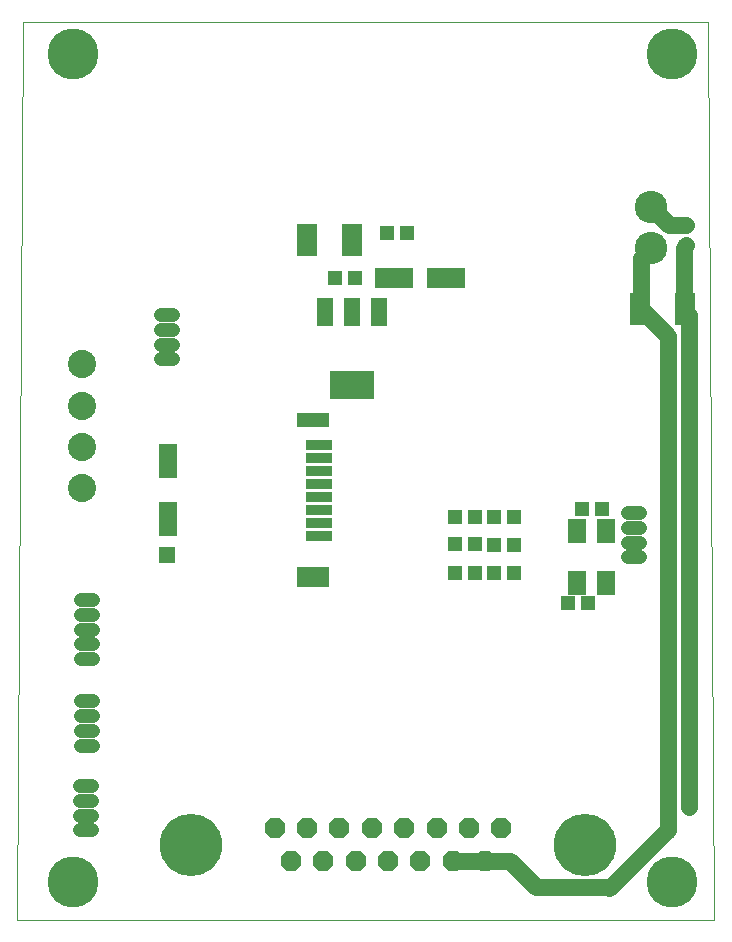
<source format=gbs>
G75*
%MOIN*%
%OFA0B0*%
%FSLAX25Y25*%
%IPPOS*%
%LPD*%
%AMOC8*
5,1,8,0,0,1.08239X$1,22.5*
%
%ADD10C,0.00000*%
%ADD11C,0.05500*%
%ADD12R,0.05131X0.04737*%
%ADD13R,0.12611X0.07099*%
%ADD14R,0.05600X0.09600*%
%ADD15R,0.14973X0.09461*%
%ADD16R,0.08674X0.03556*%
%ADD17R,0.11036X0.04737*%
%ADD18R,0.06312X0.11430*%
%ADD19R,0.05524X0.05524*%
%ADD20R,0.11036X0.06706*%
%ADD21R,0.06312X0.08280*%
%ADD22C,0.10800*%
%ADD23C,0.04769*%
%ADD24OC8,0.06800*%
%ADD25C,0.20800*%
%ADD26R,0.06800X0.10800*%
%ADD27C,0.09400*%
%ADD28R,0.03950X0.03162*%
%ADD29C,0.17005*%
D10*
X0006969Y0009400D02*
X0008937Y0308613D01*
X0237283Y0308613D01*
X0239252Y0009400D01*
X0006969Y0009400D01*
D11*
X0152185Y0028900D02*
X0171185Y0028900D01*
X0179685Y0020400D01*
X0180185Y0020400D02*
X0203685Y0020400D01*
X0204185Y0019900D02*
X0223685Y0039400D01*
X0223685Y0203900D01*
X0214685Y0212900D01*
X0214685Y0229900D01*
X0218185Y0233400D01*
X0218685Y0233400D01*
X0224185Y0240900D02*
X0229685Y0240900D01*
X0224185Y0240900D02*
X0218185Y0246900D01*
X0229685Y0234400D02*
X0229185Y0233400D01*
X0229185Y0210900D01*
X0230685Y0210900D01*
X0230685Y0046900D01*
D12*
X0197252Y0114924D03*
X0190559Y0114924D03*
X0172587Y0124935D03*
X0165894Y0124935D03*
X0159559Y0125057D03*
X0152866Y0125057D03*
X0152961Y0134435D03*
X0159654Y0134435D03*
X0165843Y0134180D03*
X0172535Y0134180D03*
X0172657Y0143648D03*
X0165965Y0143648D03*
X0159654Y0143498D03*
X0152961Y0143498D03*
X0195059Y0146298D03*
X0201752Y0146298D03*
X0136870Y0238337D03*
X0130177Y0238337D03*
X0119370Y0223337D03*
X0112677Y0223337D03*
D13*
X0132362Y0223337D03*
X0149685Y0223337D03*
D14*
X0127624Y0212037D03*
X0118524Y0212037D03*
X0109424Y0212037D03*
D15*
X0118524Y0187636D03*
D16*
X0107591Y0167715D03*
X0107591Y0163384D03*
X0107591Y0159054D03*
X0107591Y0154723D03*
X0107591Y0150392D03*
X0107591Y0146061D03*
X0107591Y0141731D03*
X0107591Y0137400D03*
D17*
X0105622Y0175983D03*
D18*
X0057091Y0162203D03*
X0057091Y0142912D03*
D19*
X0056697Y0130904D03*
D20*
X0105622Y0123424D03*
D21*
X0193551Y0121455D03*
X0203000Y0121455D03*
X0203000Y0138778D03*
X0193551Y0138778D03*
D22*
X0218311Y0233262D03*
X0218311Y0247042D03*
D23*
X0214618Y0144912D02*
X0210650Y0144912D01*
X0210650Y0139991D02*
X0214618Y0139991D01*
X0214618Y0135069D02*
X0210650Y0135069D01*
X0210650Y0130148D02*
X0214618Y0130148D01*
X0058854Y0196089D02*
X0054886Y0196089D01*
X0054886Y0201010D02*
X0058854Y0201010D01*
X0058854Y0205931D02*
X0054886Y0205931D01*
X0054886Y0210853D02*
X0058854Y0210853D01*
X0032154Y0115872D02*
X0028185Y0115872D01*
X0028185Y0110951D02*
X0032154Y0110951D01*
X0032154Y0106030D02*
X0028185Y0106030D01*
X0028185Y0101109D02*
X0032154Y0101109D01*
X0032154Y0096187D02*
X0028185Y0096187D01*
X0028079Y0082128D02*
X0032047Y0082128D01*
X0032047Y0077207D02*
X0028079Y0077207D01*
X0028079Y0072286D02*
X0032047Y0072286D01*
X0032047Y0067365D02*
X0028079Y0067365D01*
X0027984Y0053896D02*
X0031953Y0053896D01*
X0031953Y0048975D02*
X0027984Y0048975D01*
X0027984Y0044054D02*
X0031953Y0044054D01*
X0031953Y0039132D02*
X0027984Y0039132D01*
D24*
X0092700Y0040000D03*
X0103500Y0040000D03*
X0098100Y0028800D03*
X0108900Y0028800D03*
X0114300Y0040000D03*
X0125100Y0040000D03*
X0135900Y0040000D03*
X0130500Y0028800D03*
X0119700Y0028800D03*
X0141300Y0028800D03*
X0146700Y0040000D03*
X0157500Y0040000D03*
X0168300Y0040000D03*
X0162900Y0028800D03*
X0152100Y0028800D03*
D25*
X0196100Y0034400D03*
X0064900Y0034400D03*
D26*
X0214508Y0212947D03*
X0229508Y0212947D03*
X0118524Y0235837D03*
X0103524Y0235837D03*
D27*
X0028622Y0194439D03*
X0028622Y0180660D03*
X0028622Y0166880D03*
X0028622Y0153101D03*
D28*
X0229409Y0234597D03*
X0229409Y0240896D03*
D29*
X0225000Y0297845D03*
X0025374Y0297845D03*
X0025374Y0021900D03*
X0225000Y0021900D03*
M02*

</source>
